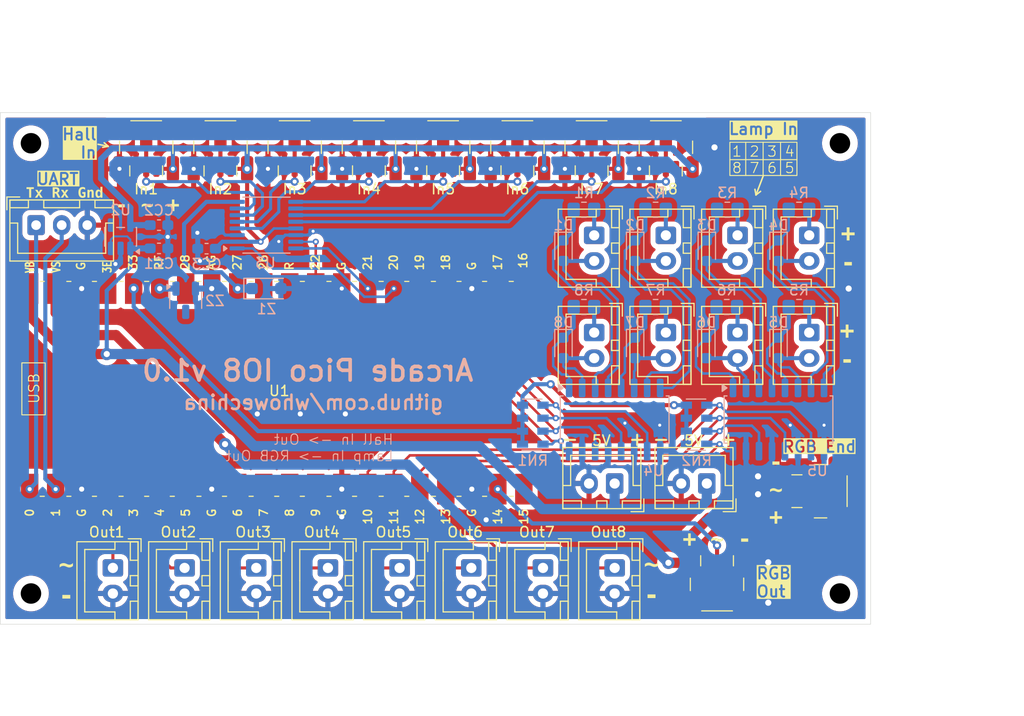
<source format=kicad_pcb>
(kicad_pcb (version 20241229) (generator "pcbnew") (generator_version "9.0")
  (layers (0 "F.Cu" signal) (2 "B.Cu" signal) (13 "F.Paste" user) (15 "B.Paste" user) (5 "F.SilkS" user "F.Silkscreen") (7 "B.SilkS" user "B.Silkscreen") (1 "F.Mask" user) (3 "B.Mask" user) (25 "Edge.Cuts" user))
  (net 0 "")
  (net 1 "VBUS")
  (net 2 "GND")
  (net 3 "VHAL")
  (net 4 "Net-(Li1-Pin_1)")
  (net 5 "Net-(In1-Pin_2)")
  (net 6 "Net-(In2-Pin_2)")
  (net 7 "Net-(In3-Pin_2)")
  (net 8 "Net-(In4-Pin_2)")
  (net 9 "Net-(In5-Pin_2)")
  (net 10 "Net-(In6-Pin_2)")
  (net 11 "Net-(In7-Pin_2)")
  (net 12 "Net-(In8-Pin_2)")
  (net 13 "/I1")
  (net 14 "Net-(J3-Pin_2)")
  (net 15 "Net-(J3-Pin_1)")
  (net 16 "/MUX_2")
  (net 17 "/MUX_1")
  (net 18 "/MUX_0")
  (net 19 "/I2")
  (net 20 "/I4")
  (net 21 "Net-(Li2-Pin_1)")
  (net 22 "Net-(Li3-Pin_1)")
  (net 23 "Net-(Li4-Pin_1)")
  (net 24 "Net-(Li5-Pin_1)")
  (net 25 "+3V3")
  (net 26 "Net-(Li6-Pin_1)")
  (net 27 "Net-(Li7-Pin_1)")
  (net 28 "Net-(Li8-Pin_1)")
  (net 29 "/I3")
  (net 30 "/I7")
  (net 31 "/I6")
  (net 32 "/I5")
  (net 33 "/I8")
  (net 35 "Net-(J1-Pin_2)")
  (net 36 "unconnected-(J2-Pin_2-Pad2)")
  (net 38 "Net-(U1-GPIO26_ADC0)")
  (net 40 "/O4")
  (net 41 "/O5")
  (net 42 "/O1")
  (net 43 "/O6")
  (net 44 "/O7")
  (net 45 "/O0")
  (net 46 "/O3")
  (net 47 "/O2")
  (net 49 "Net-(D1-A)")
  (net 50 "Net-(D1-K)")
  (net 51 "Net-(D2-K)")
  (net 52 "Net-(D2-A)")
  (net 53 "Net-(D3-K)")
  (net 54 "Net-(D3-A)")
  (net 55 "Net-(D4-A)")
  (net 56 "Net-(D4-K)")
  (net 57 "Net-(D5-K)")
  (net 58 "Net-(D5-A)")
  (net 59 "Net-(D6-A)")
  (net 60 "Net-(D6-K)")
  (net 61 "Net-(D7-K)")
  (net 62 "Net-(D7-A)")
  (net 63 "Net-(D8-A)")
  (net 64 "Net-(D8-K)")
  (net 66 "Net-(U1-ADC_VREF)")
  (net 68 "VRGB")
  (footprint "io8:SH1.0_3P_Solder_Combo" (layer "F.Cu") (at 128.75 83.5 180)
    (property "Reference" "In3")
    (property "Value" "Conn_01x03_Pin")
  )
  (footprint "io8:SH1.0_3P_Solder_Combo" (layer "F.Cu") (at 143.25 83.5 180)
    (property "Reference" "In5")
    (property "Value" "Conn_01x03_Pin")
  )
  (footprint "Connector_JST:JST_XH_B2B-XH-A_1x02_P2.50mm_Vertical" (layer "F.Cu") (at 118 124.5 -90)
    (property "Reference" "Out2")
    (property "Value" "Conn_01x02_Pin")
  )
  (footprint "Connector_JST:JST_XH_B2B-XH-A_1x02_P2.50mm_Vertical" (layer "F.Cu") (at 125 124.5 -90)
    (property "Reference" "Out3")
    (property "Value" "Conn_01x02_Pin")
  )
  (footprint "io8:M3_Screw" (layer "F.Cu") (at 182 127)
    (property "Reference" "S2" (hide yes))
    (property "Value" "~")
  )
  (footprint "Connector_JST:JST_XH_B2B-XH-A_1x02_P2.50mm_Vertical" (layer "F.Cu") (at 111 124.5 -90)
    (property "Reference" "Out1")
    (property "Value" "Conn_01x02_Pin")
  )
  (footprint "Connector_JST:JST_XH_B2B-XH-A_1x02_P2.50mm_Vertical" (layer "F.Cu") (at 160 116.25 180)
    (property "Reference" "PWR1" (hide yes))
    (property "Value" "5V")
  )
  (footprint "Connector_JST:JST_XH_B2B-XH-A_1x02_P2.50mm_Vertical" (layer "F.Cu") (at 158 101.5 -90)
    (property "Reference" "Li8" (hide yes))
    (property "Value" "Conn_01x02_Pin")
  )
  (footprint "Connector_JST:JST_XH_B2B-XH-A_1x02_P2.50mm_Vertical" (layer "F.Cu") (at 132 124.5 -90)
    (property "Reference" "Out4")
    (property "Value" "Conn_01x02_Pin")
  )
  (footprint "io8:SH1.0_3P_Solder_Combo" (layer "F.Cu") (at 157.75 83.5 180)
    (property "Reference" "In7")
    (property "Value" "Conn_01x03_Pin")
  )
  (footprint "Connector_JST:JST_XH_B2B-XH-A_1x02_P2.50mm_Vertical" (layer "F.Cu") (at 172 92 -90)
    (property "Reference" "Li3" (hide yes))
    (property "Value" "Conn_01x02_Pin")
  )
  (footprint "io8:SH1.0_3P_Solder_Combo" (layer "F.Cu") (at 180 117 90)
    (property "Reference" "J2" (hide yes))
    (property "Value" "RGB End")
  )
  (footprint "io8:SH1.0_3P_Solder_Combo" (layer "F.Cu") (at 150.5 83.5 180)
    (property "Reference" "In6")
    (property "Value" "Conn_01x03_Pin")
  )
  (footprint "io8:RPi_Pico_SMD_No_USB" (layer "F.Cu") (at 127 107 90)
    (property "Reference" "U1")
    (property "Value" "Pico_Trim")
  )
  (footprint "Connector_JST:JST_XH_B2B-XH-A_1x02_P2.50mm_Vertical" (layer "F.Cu") (at 158 92 -90)
    (property "Reference" "Li1" (hide yes))
    (property "Value" "Conn_01x02_Pin")
  )
  (footprint "Connector_JST:JST_XH_B2B-XH-A_1x02_P2.50mm_Vertical" (layer "F.Cu") (at 165 92 -90)
    (property "Reference" "Li2" (hide yes))
    (property "Value" "Conn_01x02_Pin")
  )
  (footprint "Connector_JST:JST_XH_B2B-XH-A_1x02_P2.50mm_Vertical" (layer "F.Cu") (at 165 101.5 -90)
    (property "Reference" "Li7" (hide yes))
    (property "Value" "Conn_01x02_Pin")
  )
  (footprint "Connector_JST:JST_XH_B2B-XH-A_1x02_P2.50mm_Vertical" (layer "F.Cu") (at 172 101.5 -90)
    (property "Reference" "Li6" (hide yes))
    (property "Value" "Conn_01x02_Pin")
  )
  (footprint "Connector_JST:JST_XH_B2B-XH-A_1x02_P2.50mm_Vertical" (layer "F.Cu") (at 169 116.25 180)
    (property "Reference" "PWR2" (hide yes))
    (property "Value" "5V")
  )
  (footprint "io8:M3_Screw" (layer "F.Cu") (at 103 127)
    (property "Reference" "S4" (hide yes))
    (property "Value" "~")
  )
  (footprint "io8:SH1.0_3P_Solder_Combo" (layer "F.Cu") (at 121.5 83.5 180)
    (property "Reference" "In2")
    (property "Value" "Conn_01x03_Pin")
  )
  (footprint "io8:SH1.0_3P_Solder_Combo" (layer "F.Cu") (at 136 83.5 180)
    (property "Reference" "In4")
    (property "Value" "Conn_01x03_Pin")
  )
  (footprint "io8:SH1.0_3P_Solder_Combo" (layer "F.Cu") (at 170 126)
    (property "Reference" "J1" (hide yes))
    (property "Value" "RGB Out" (hide yes))
  )
  (footprint "Connector_JST:JST_XH_B2B-XH-A_1x02_P2.50mm_Vertical" (layer "F.Cu") (at 153 124.5 -90)
    (property "Reference" "Out7")
    (property "Value" "Conn_01x02_Pin")
  )
  (footprint "io8:SH1.0_3P_Solder_Combo" (layer "F.Cu") (at 165 83.5 180)
    (property "Reference" "In8")
    (property "Value" "Conn_01x03_Pin")
  )
  (footprint "Connector_JST:JST_XH_B2B-XH-A_1x02_P2.50mm_Vertical" (layer "F.Cu") (at 146 124.5 -90)
    (property "Reference" "Out6")
    (property "Value" "Conn_01x02_Pin")
  )
  (footprint "io8:SH1.0_3P_Solder_Combo" (layer "F.Cu") (at 114.25 83.5 180)
    (property "Reference" "In1")
    (property "Value" "Conn_01x03_Pin")
  )
  (footprint "io8:M3_Screw" (layer "F.Cu") (at 103 83)
    (property "Reference" "S3" (hide yes))
    (property "Value" "~")
  )
  (footprint "Connector_JST:JST_XH_B2B-XH-A_1x02_P2.50mm_Vertical" (layer "F.Cu") (at 139 124.5 -90)
    (property "Reference" "Out5")
    (property "Value" "Conn_01x02_Pin")
  )
  (footprint "Connector_JST:JST_XH_B2B-XH-A_1x02_P2.50mm_Vertical" (layer "F.Cu") (at 160 124.5 -90)
    (property "Reference" "Out8")
    (property "Value" "Conn_01x02_Pin")
  )
  (footprint "Connector_JST:JST_XH_B2B-XH-A_1x02_P2.50mm_Vertical" (layer "F.Cu") (at 179 101.5 -90)
    (property "Reference" "Li5" (hide yes))
    (property "Value" "Conn_01x02_Pin")
  )
  (footprint "Connector_JST:JST_XH_B2B-XH-A_1x02_P2.50mm_Vertical" (layer "F.Cu") (at 179 92 -90)
    (property "Reference" "Li4" (hide yes))
    (property "Value" "Conn_01x02_Pin")
  )
  (footprint "Connector_JST:JST_XH_B3B-XH-A_1x03_P2.50mm_Vertical" (layer "F.Cu") (at 103.5 91)
    (property "Reference" "J3" (hide yes))
    (property "Value" "UART")
  )
  (footprint "io8:M3_Screw" (layer "F.Cu") (at 182 83)
    (property "Reference" "S1" (hide yes))
    (property "Value" "~")
  )
  (footprint "Resistor_SMD:R_0805_2012Metric_Pad1.20x1.40mm_HandSolder" (layer "B.Cu") (at 157 89.5 180)
    (property "Reference" "R1")
    (property "Value" "1K")
  )
  (footprint "io8:D_SOD-323_FAT" (layer "B.Cu") (at 176 93.5 -90)
    (property "Reference" "D4")
    (property "Value" "1N4148WS")
  )
  (footprint "Resistor_SMD:R_0805_2012Metric_Pad1.20x1.40mm_HandSolder" (layer "B.Cu") (at 164 89.5 180)
    (property "Reference" "R2")
    (property "Value" "1K")
  )
  (footprint "Diode_SMD:D_SOD-123F" (layer "B.Cu") (at 126 97.2)
    (property "Reference" "Z1")
    (property "Value" "3.3V")
  )
  (footprint "Package_SO:SOP-16_4.4x10.4mm_P1.27mm" (layer "B.Cu") (at 160 110 -90)
    (property "Reference" "U4")
    (property "Value" "PC847")
  )
  (footprint "io8:R_Array_Convex_4x0805" (layer "B.Cu") (at 152 110.5 180)
    (property "Reference" "RN1")
    (property "Value" "R_Pack04")
  )
  (footprint "io8:D_SOD-323_FAT" (layer "B.Cu") (at 162 103 -90)
    (property "Reference" "D7")
    (property "Value" "1N4148WS")
  )
  (footprint "io8:D_SOD-323_FAT" (layer "B.Cu") (at 162 93.5 -90)
    (property "Reference" "D2")
    (property "Value" "1N4148WS")
  )
  (footprint "Resistor_SMD:R_0805_2012Metric_Pad1.20x1.40mm_HandSolder" (layer "B.Cu") (at 157 99 180)
    (property "Reference" "R8")
    (property "Value" "1K")
  )
  (footprint "Resistor_SMD:R_0805_2012Metric_Pad1.20x1.40mm_HandSolder" (layer "B.Cu") (at 178 89.5 180)
    (property "Reference" "R4")
    (property "Value" "1K")
  )
  (footprint "Capacitor_SMD:C_0603_1608Metric_Pad1.08x0.95mm_HandSolder" (layer "B.Cu") (at 115.5 93.275)
    (property "Reference" "CC1")
    (property "Value" "0.1uF")
  )
  (footprint "Resistor_SMD:R_0805_2012Metric_Pad1.20x1.40mm_HandSolder" (layer "B.Cu") (at 170.95 99 180)
    (property "Reference" "R6")
    (property "Value" "1K")
  )
  (footprint "Capacitor_SMD:C_0603_1608Metric_Pad1.08x0.95mm_HandSolder" (layer "B.Cu") (at 120.15 93.3 180)
    (property "Reference" "CC3")
    (property "Value" "0.1uF")
  )
  (footprint "io8:D_SOD-323_FAT" (layer "B.Cu") (at 169 93.5 -90)
    (property "Reference" "D3")
    (property "Value" "1N4148WS")
  )
  (footprint "io8:R_Array_Convex_4x0805" (layer "B.Cu") (at 168 110.5 180)
    (property "Reference" "RN2")
    (property "Value" "R_Pack04")
  )
  (footprint "io8:D_SOD-323_FAT" (layer "B.Cu") (at 155 93.5 -90)
    (property "Reference" "D1")
    (property "Value" "1N4148WS")
  )
  (footprint "io8:D_SOD-323_FAT" (layer "B.Cu") (at 155 103 -90)
    (property "Reference" "D8")
    (property "Value" "1N4148WS")
  )
  (footprint "io8:D_SOD-323_FAT" (layer "B.Cu") (at 176 103 -90)
    (property "Reference" "D5")
    (property "Value" "1N4148WS")
  )
  (footprint "Package_SO:TSSOP-16_4.4x5mm_P0.65mm" (layer "B.Cu") (at 126 91)
    (property "Reference" "U3")
    (property "Value" "ADG708BRUZ")
  )
  (footprint "Package_TO_SOT_SMD:SOT-23-5" (layer "B.Cu") (at 111.75 92.1375 90)
    (property "Reference" "U2")
    (property "Value" "TPS7A2042")
  )
  (footprint "Package_SO:SOP-16_4.4x10.4mm_P1.27mm" (layer "B.Cu") (at 176 110 -90)
    (property "Reference" "U5")
    (property "Value" "PC847")
  )
  (footprint "Capacitor_SMD:C_0603_1608Metric_Pad1.08x0.95mm_HandSolder" (layer "B.Cu") (at 115.5 91)
    (property "Reference" "CC2")
    (property "Value" "0.1uF")
  )
  (footprint "io8:D_SOD-323_FAT" (layer "B.Cu") (at 168.95 103 -90)
    (property "Reference" "D6")
    (property "Value" "1N4148WS")
  )
  (footprint "io8:SOT-23-FAT" (layer "B.Cu") (at 118.11 98.3375 -90)
    (property "Reference" "Z2")
    (property "Value" "LM4040DBZ-2.1")
  )
  (footprint "Resistor_SMD:R_0805_2012Metric_Pad1.20x1.40mm_HandSolder" (layer "B.Cu") (at 178 99 180)
    (property "Reference" "R5")
    (property "Value" "1K")
  )
  (footprint "Resistor_SMD:R_0805_2012Metric_Pad1.20x1.40mm_HandSolder" (layer "B.Cu") (at 171 89.5 180)
    (property "Reference" "R3")
    (property "Value" "1K")
  )
  (footprint "Resistor_SMD:R_0805_2012Metric_Pad1.20x1.40mm_HandSolder" (layer "B.Cu") (at 164 99 180)
    (property "Reference" "R7")
    (property "Value" "1K")
  )
  (gr_rect (start 171.25 82.9) (end 177.8 86.15) (stroke (width 0.1)) (fill no) (layer "F.SilkS"))
  (gr_line (start 176.2 82.9) (end 176.2 86.15) (stroke (width 0.1)) (layer "F.SilkS"))
  (gr_line (start 173.7 87.5) (end 173.8 88.05) (stroke (width 0.15)) (layer "F.SilkS"))
  (gr_line (start 173.8 88.05) (end 174.25 87.7) (stroke (width 0.15)) (layer "F.SilkS"))
  (gr_line (start 174.5 82.9) (end 174.5 86.15) (stroke (width 0.1)) (layer "F.SilkS"))
  (gr_line (start 171.25 84.6) (end 177.8 84.6) (stroke (width 0.1)) (layer "F.SilkS"))
  (gr_line (start 110.55 83.3) (end 110 83.4) (stroke (width 0.15)) (layer "F.SilkS"))
  (gr_line (start 172.8 82.9) (end 172.8 86.15) (stroke (width 0.1)) (layer "F.SilkS"))
  (gr_line (start 174.525 86.15) (end 173.8 88.05) (stroke (width 0.15)) (layer "F.SilkS"))
  (gr_line (start 109.55 83.1) (end 110.55 83.3) (stroke (width 0.15)) (layer "F.SilkS"))
  (gr_line (start 110.55 83.3) (end 110.15 82.95) (stroke (width 0.15)) (layer "F.SilkS"))
  (gr_rect (start 100 80) (end 185 130) (stroke (width 0.05)) (fill no) (layer "Edge.Cuts"))
  (gr_text "RGB\nOut" (at 173.75 127.45 0) (layer "F.SilkS" knockout) (effects (font (size 1.1 1.1) (thickness 0.2)) (justify left bottom)))
  (gr_text "~\n-" (at 163.6 128.3 0) (layer "F.SilkS") (effects (font (size 1.8 1.8) (thickness 0.2) (bold yes)) (justify bottom)))
  (gr_text "Lamp In" (at 171.05 82.25 0) (layer "F.SilkS" knockout) (effects (font (size 1.1 1.1) (thickness 0.2) (bold yes)) (justify left bottom)))
  (gr_text "-     +" (at 163.6 112.65 0) (layer "F.SilkS") (effects (font (size 1.3 1.3) (thickness 0.2) (bold yes)) (justify left bottom)))
  (gr_text "+\n-" (at 182.8 95.75 0) (layer "F.SilkS") (effects (font (size 1.7 1.7) (thickness 0.2) (bold yes)) (justify bottom)))
  (gr_text "Hall\nIn" (at 109.5 84.55 0) (layer "F.SilkS" knockout) (effects (font (size 1.1 1.1) (thickness 0.2) (bold yes)) (justify right bottom)))
  (gr_text "-\n~\n+" (at 175.75 120.55 0) (layer "F.SilkS") (effects (font (size 1.6 1.6) (thickness 0.2) (bold yes)) (justify bottom)))
  (gr_text "~\n-" (at 106.45 128.35 0) (layer "F.SilkS") (effects (font (size 1.8 1.8) (thickness 0.2) (bold yes)) (justify bottom)))
  (gr_text "+ ~ -" (at 170 122.7 0) (layer "F.SilkS") (effects (font (size 1.6 1.6) (thickness 0.2) (bold yes)) (justify bottom)))
  (gr_text "- ~ +" (at 111.2 89.1 0) (layer "F.SilkS") (effects (font (size 1.5 1.5) (thickness 0.2) (bold yes)) (justify left)))
  (gr_text "-     +" (at 154.7 112.65 0) (layer "F.SilkS") (effects (font (size 1.3 1.3) (thickness 0.2) (bold yes)) (justify left bottom)))
  (gr_text "1 2 3 4\n8 7 6 5" (at 171.4 86 0) (layer "F.SilkS") (effects (font (size 1 1) (thickness 0.1)) (justify left bottom)))
  (gr_text "Tx Rx Gnd" (at 102.5 87.9 0) (layer "F.SilkS") (effects (font (size 1 1) (thickness 0.2) (bold yes)) (justify left)))
  (gr_text "+\n-" (at 182.7 105.25 0) (layer "F.SilkS") (effects (font (size 1.7 1.7) (thickness 0.2) (bold yes)) (justify bottom)))
  (gr_text "Arcade Pico IO8 v1.0" (at 146.4 106.4 0) (layer "B.SilkS") (effects (font (size 2 2) (thickness 0.35) (bold yes)) (justify left bottom mirror)))
  (gr_text "github.com/whowechina" (at 143.4 109.15 0) (layer "B.SilkS") (effects (font (size 1.4 1.4) (thickness 0.25) (bold yes)) (justify left bottom mirror)))
  (gr_text "Hall In -> Out\nLamp In -> RGB Out" (at 138.45 114.15 0) (layer "B.SilkS") (effects (font (size 1 1) (thickness 0.1)) (justify left bottom mirror)))
  (segment (start 106.6 103.6) (end 110.4 103.6) (width 1) (layer "F.Cu") (net 1))
  (segment (start 102.87 99.87) (end 106.6 103.6) (width 1) (layer "F.Cu") (net 1))
  (segment (start 102.87 97.2) (end 102.87 99.87) (width 1) (layer "F.Cu") (net 1))
  (via (at 110.4 103.6) (size 1.2) (drill 0.6) (layers "F.Cu" "B.Cu") (net 1))
  (segment (start 112.7 95.1) (end 110.4 97.4) (width 0.4) (layer "B.Cu") (net 1))
  (segment (start 152.95 118.75) (end 160 118.75) (width 1) (layer "B.Cu") (net 1))
  (segment (start 110.8 92.4) (end 111.1 92.1) (width 0.2) (layer "B.Cu") (net 1))
  (segment (start 112.7 92.4) (end 112.7 93.275) (width 0.2) (layer "B.Cu") (net 1))
  (segment (start 124.8 112.6) (end 146.8 112.6) (width 1) (layer "B.Cu") (net 1))
  (segment (start 110.4 103.6) (end 115.8 103.6) (width 1) (layer "B.Cu") (net 1))
  (segment (start 111.1 92.1) (end 112.4 92.1) (width 0.2) (layer "B.Cu") (net 1))
  (segment (start 112.4 92.1) (end 112.7 92.4) (width 0.2) (layer "B.Cu") (net 1))
  (segment (start 110.4 97.4) (end 110.4 103.6) (width 0.4) (layer "B.Cu") (net 1))
  (segment (start 112.7 93.275) (end 114.6375 93.275) (width 0.6) (layer "B.Cu") (net 1))
  (segment (start 168.15 118.75) (end 169 117.9) (width 1) (layer "B.Cu") (net 1))
  (segment (start 169 117.9) (end 169 116.25) (width 1) (layer "B.Cu") (net 1))
  (segment (start 146.8 112.6) (end 152.95 118.75) (width 1) (layer "B.Cu") (net 1))
  (segment (start 112.7 93.275) (end 112.7 95.1) (width 0.4) (layer "B.Cu") (net 1))
  (segment (start 160 118.75) (end 168.15 118.75) (width 1) (layer "B.Cu") (net 1))
  (segment (start 110.8 93.275) (end 110.8 92.4) (width 0.2) (layer "B.Cu") (net 1))
  (segment (start 115.8 103.6) (end 124.8 112.6) (width 1) (layer "B.Cu") (net 1))
  (segment (start 160 116.25) (end 160 118.75) (width 1) (layer "B.Cu") (net 1))
  (segment (start 111.64 85.5) (end 113.25 85.5) (width 0.4) (layer "F.Cu") (net 2))
  (segment (start 147.89 85.5) (end 149.5 85.5) (width 0.4) (layer "F.Cu") (net 2))
  (segment (start 118.89 85.5) (end 120.5 85.5) (width 0.4) (layer "F.Cu") (net 2))
  (segment (start 133.39 85.5) (end 135 85.5) (width 0.4) (layer "F.Cu") (net 2))
  (segment (start 172.61 124) (end 171 124) (width 0.4) (layer "F.Cu") (net 2))
  (segment (start 162.39 85.5) (end 164 85.5) (width 0.4) (layer "F.Cu") (net 2))
  (segment (start 178 114.39) (end 178 116) (width 0.4) (layer "F.Cu") (net 2))
  (segment (start 155.14 85.5) (end 156.75 85.5) (width 0.4) (layer "F.Cu") (net 2))
  (segment (start 140.64 85.5) (end 142.25 85.5) (width 0.4) (layer "F.Cu") (net 2))
  (segment (start 126.14 85.5) (end 127.75 85.5) (width 0.4) (layer "F.Cu") (net 2))
  (via (at 125.1 109.45) (size 1) (drill 0.5) (layers "F.Cu" "B.Cu") (net 2))
  (via (at 161 110.35) (size 0.6) (drill 0.3) (layers "F.Cu" "B.Cu") (net 2))
  (via (at 126.14 85.5) (size 0.8) (drill 0.4) (layers "F.Cu" "B.Cu") (net 2))
  (via (at 133.39 85.5) (size 0.8) (drill 0.4) (layers "F.Cu" "B.Cu") (net 2))
  (via (at 111.25 94.8) (size 0.8) (drill 0.4) (layers "F.Cu" "B.Cu") (net 2))
  (via (at 175 127.9) (size 1.2) (drill 0.6) (layers "F.Cu" "B.Cu") (net 2))
  (via (at 175 123.95) (size 1.2) (drill 0.6) (layers "F.Cu" "B.Cu") (net 2))
  (via (at 169.75 83.4) (size 1.2) (drill 0.6) (layers "F.Cu" "B.Cu") (net 2))
  (via (at 162.39 85.5) (size 0.8) (drill 0.4) (layers "F.Cu" "B.Cu") (net 2))
  (via (at 177.15 110.55) (size 0.6) (drill 0.3) (layers "F.Cu" "B.Cu") (net 2))
  (via (at 129.3 109.45) (size 1) (drill 0.5) (layers "F.Cu" "B.Cu") (net 2))
  (via (at 120.65 97.2) (size 1) (drill 0.5) (layers "F.Cu" "B.Cu") (net 2))
  (via (at 147.89 85.5) (size 0.8) (drill 0.4) (layers "F.Cu" "B.Cu") (net 2))
  (via (at 146.05 116.8) (size 1) (drill 0.5) (layers "F.Cu" "B.Cu") (net 2))
  (via (at 130.55 91.6) (size 0.6) (drill 0.3) (layers "F.Cu" "B.Cu") (net 2))
  (via (at 119.5 94.5) (size 0.8) (drill 0.4) (layers "F.Cu" "B.Cu") (net 2))
  (via (at 133.35 119.5) (size 1) (drill 0.5) (layers "F.Cu" "B.Cu") (net 2))
  (via (at 146.05 97.2) (size 1) (drill 0.5) (layers "F.Cu" "B.Cu") (net 2))
  (via (at 118.89 85.5) (size 0.8) (drill 0.4) (layers "F.Cu" "B.Cu") (net 2))
  (via (at 147.45 119.8) (size 1) (drill 0.5) (layers "F.Cu" "B.Cu") (net 2))
  (via (at 120.65 116.8) (size 1) (drill 0.5) (layers "F.Cu" "B.Cu") (net 2))
  (via (at 182.85 97.2) (size 1.2) (drill 0.6) (layers "F.Cu" "B.Cu") (net 2))
  (via (at 133.7 109.45) (size 1) (drill 0.5) (layers "F.Cu" "B.Cu") (net 2))
  (via (at 133.35 116.8) (size 1) (drill 0.5) (layers "F.Cu" "B.Cu") (net 2))
  (via (at 180.45 110.55) (size 0.6) (drill 0.3) (layers "F.Cu" "B.Cu") (net 2))
  (via (at 174 115.55) (size 1.2) (drill 0.6) (layers "F.Cu" "B.Cu") (net 2))
  (via (at 155.14 85.5) (size 0.8) (drill 0.4) (layers "F.Cu" "B.Cu") (net 2))
  (via (at 116.35 92.15) (size 0.8) (drill 0.4) (layers "F.Cu" "B.Cu") (net 2))
  (via (at 107.95 116.8) (size 1) (drill 0.5) (layers "F.Cu" "B.Cu") (net 2))
  (via (at 164.4 110.55) (size 0.6) (drill 0.3) (layers "F.Cu" "B.Cu") (net 2))
  (via (at 127.2 92.6) (size 0.6) (drill 0.3) (layers "F.Cu" "B.Cu") (net 2))
  (via (at 107.95 97.2) (size 1) (drill 0.5) (layers "F.Cu" "B.Cu") (net 2))
  (via (at 140.64 85.5) (size 0.8) (drill 0.4) (layers "F.Cu" "B.Cu") (net 2))
  (via (at 111.64 85.5) (size 0.8) (drill 0.4) (layers "F.Cu" "B.Cu") (net 2))
  (via (at 119.25 91.75) (size 0.8) (drill 0.4) (layers "F.Cu" "B.Cu") (net 2))
  (via (at 133.35 97.2) (size 0.8) (drill 0.4) (layers "F.Cu" "B.Cu") (net 2))
  (via (at 174 117.3) (size 1.2) (drill 0.6) (layers "F.Cu" "B.Cu") (net 2))
  (segment (start 174 115.45) (end 172.825 114.275) (width 0.4) (layer "B.Cu") (net 2))
  (segment (start 130.175 91.975) (end 128.8625 91.975) (width 0.3) (layer "B.Cu") (net 2))
  (segment (start 174 115.45) (end 175.365 114.085) (width 0.5) (layer "B.Cu") (net 2))
  (segment (start 156.825 114.225) (end 157.3 114.7) (width 0.4) (layer "B.Cu") (net 2))
  (segment (start 159.365 114.135) (end 158.8 114.7) (width 0.4) (layer "B.Cu") (net 2))
  (segment (start 121.975 91.975) (end 123.1375 91.975) (width 0.3) (layer "B.Cu") (net 2))
  (segment (start 128.8625 91.975) (end 127.825 91.975) (width 0.3) (layer "B.Cu") (net 2))
  (segment (start 156.825 113.0875) (end 156.825 114.225) (width 0.4) (layer "B.Cu") (net 2))
  (segment (start 159.365 113.0875) (end 159.365 114.135) (width 0.4) (layer "B.Cu") (net 2))
  (segment (start 177.15 110.55) (end 177.905 111.305) (width 0.5) (layer "B.Cu") (net 2))
  (segment (start 157.3 114.7) (end 157.5 114.7) (width 0.4) (layer "B.Cu") (net 2))
  (segment (start 161 110.35) (end 161.905 111.255) (width 0.4) (layer "B.Cu") (net 2))
  (segment (start 119.25 91.75) (end 121.75 91.75) (width 0.3) (layer "B.Cu") (net 2))
  (segment (start 174 115.55) (end 174 115.45) (width 0.3) (layer "B.Cu") (net 2))
  (segment (start 127.825 91.975) (end 127.2 92.6) (width 0.3) (layer "B.Cu") (net 2))
  (segment (start 119.06 97.2) (end 120.65 97.2) (width 0.6) (layer "B.Cu") (net 2))
  (segment (start 177.905 111.305) (end 177.905 113.0875) (width 0.5) (layer "B.Cu") (net 2))
  (segment (start 158.8 114.7) (end 157.5 114.7) (width 0.4) (layer "B.Cu") (net 2))
  (segment (start 121.75 91.75) (end 121.975 91.975) (width 0.3) (layer "B.Cu") (net 2))
  (segment (start 175.365 114.085) (end 175.365 113.0875) (width 0.5) (layer "B.Cu") (net 2))
  (segment (start 161.905 111.255) (end 161.905 113.0875) (width 0.4) (layer "B.Cu") (net 2))
  (segment (start 157.5 114.7) (end 157.5 116.25) (width 0.4) (layer "B.Cu") (net 2))
  (segment (start 172.825 114.275) (end 172.825 113.0875) (width 0.4) (layer "B.Cu") (net 2))
  (segment (start 111.25 94.8) (end 111.75 94.3) (width 0.4) (layer "B.Cu") (net 2))
  (segment (start 130.55 91.6) (end 130.175 91.975) (width 0.3) (layer "B.Cu") (net 2))
  (segment (start 111.75 94.3) (end 111.75 93.275) (width 0.4) (layer "B.Cu") (net 2))
  (segment (start 137 85.5) (end 138.61 85.5) (width 0.4) (layer "F.Cu") (net 3))
  (segment (start 122.5 85.5) (end 124.11 85.5) (width 0.4) (layer "F.Cu") (net 3))
  (segment (start 158.75 85.5) (end 160.36 85.5) (width 0.4) (layer "F.Cu") (net 3))
  (segment (start 151.5 85.5) (end 153.11 85.5) (width 0.4) (layer "F.Cu") (net 3))
  (segment (start 166 85.5) (end 167.61 85.5) (width 0.4) (layer "F.Cu") (net 3))
  (segment (start 144.25 85.5) (end 145.86 85.5) (width 0.4) (layer "F.Cu") (net 3))
  (segment (start 129.75 85.5) (end 131.36 85.5) (width 0.4) (layer "F.Cu") (net 3))
  (segment (start 115.25 85.5) (end 116.86 85.5) (width 0.4) (layer "F.Cu") (net 3))
  (segment (start 124.11 85.5) (end 124.11 91.31) (width 0.4) (layer "F.Cu") (net 3))
  (segment (start 124.11 91.31) (end 125.425 92.625) (width 0.4) (layer "F.Cu") (net 3))
  (via (at 138.61 85.5) (size 0.8) (drill 0.4) (layers "F.Cu" "B.Cu") (net 3))
  (via (at 145.86 85.5) (size 0.8) (drill 0.4) (layers "F.Cu" "B.Cu") (net 3))
  (via (at 167.61 85.5) (size 0.8) (drill 0.4) (layers "F.Cu" "B.Cu") (net 3))
  (via (at 116.86 85.5) (size 0.8) (drill 0.4) (layers "F.Cu" "B.Cu") (net 3))
  (via (at 124.11 85.5) (size 1) (drill 0.5) (layers "F.Cu" "B.Cu") (net 3))
  (via (at 131.36 85.5) (size 0.8) (drill 0.4) (layers "F.Cu" "B.Cu") (net 3))
  (via (at 153.11 85.5) (size 0.8) (drill 0.4) (layers "F.Cu" "B.Cu") (net 3))
  (via (at 125.425 92.625) (size 0.6) (drill 0.3) (layers "F.Cu" "B.Cu") (net 3))
  (via (at 160.36 85.5) (size 0.8) (drill 0.4) (layers "F.Cu" "B.Cu") (net 3))
  (segment (start 165.7 83.59) (end 165.7 83.5) (width 0.6) (layer "B.Cu") (net 3))
  (segment (start 126.725 91.325) (end 128.8625 91.325) (width 0.25) (layer "B.Cu") (net 3))
  (segment (start 121.6875 92.625) (end 123.1375 92.625) (width 0.4) (layer "B.Cu") (net 3))
  (segment (start 124.11 85.5) (end 124.11 83.5) (width 0.5) (layer "B.Cu") (net 3))
  (segment (start 160.36 85.5) (end 160.36 83.5) (width 0.4) (layer "B.Cu") (net 3))
  (segment (start 112.7 91) (end 114.6375 91) (width 0.6) (layer "B.Cu") (net 3))
  (segment (start 110.9 83.5) (end 109.85 84.55) (width 0.6) (layer "B.Cu") (net 3))
  (segment (start 123.1375 92.625) (end 125.425 92.625) (width 0.4) (layer "B.Cu") (net 3))
  (segment (start 131.36 85.5) (end 131.36 83.5) (width 0.4) (layer "B.Cu") (net 3))
  (segment (start 109.85 84.55) (end 109.85 86.45) (width 0.6) (layer "B.Cu") (net 3))
  (segment (start 112.7 89.3) (end 112.7 91) (width 0.6) (layer "B.Cu") (net 3))
  (segment (start 109.85 86.45) (end 112.7 89.3) (width 0.6) (layer "B.Cu") (net 3))
  (segment (start 153.11 85.5) (end 153.11 83.5) (width 0.4) (layer "B.Cu") (net 3))
  (segment (start 138.61 85.5) (end 138.61 83.5) (width 0.4) (layer "B.Cu") (net 3))
  (segment (start 165.7 83.5) (end 110.9 83.5) (width 0.6) (layer "B.Cu") (net 3))
  (segment (start 125.425 92.625) (end 126.725 91.325) (width 0.25) (layer "B.Cu") (net 3))
  (segment (start 145.86 85.5) (end 145.86 83.5) (width 0.4) (layer "B.Cu") (net 3))
  (segment (start 121.0125 93.3) (end 121.6875 92.625) (width 0.4) (layer "B.Cu") (net 3))
  (segment (start 167.61 85.5) (end 165.7 83.59) (width 0.6) (layer "B.Cu") (net 3))
  (segment (start 116.86 85.5) (end 116.86 83.5) (width 0.4) (layer "B.Cu") (net 3))
  (segment (start 158 89.5) (end 158 92) (width 0.4) (layer "B.Cu") (net 4))
  (segment (start 114.25 85.5) (end 114.25 82.3) (width 0.4) (layer "F.Cu") (net 5))
  (segment (start 114.25 86.75) (end 114.25 85.5) (width 0.3) (layer "F.Cu") (net 5))
  (via (at 114.25 86.75) (size 0.8) (drill 0.4) (layers "F.Cu" "B.Cu") (net 5))
  (segment (start 123.1375 89.375) (end 124.325 89.375) (width 0.3) (layer "B.Cu") (net 5))
  (segment (start 124.3 87.8) (end 120.3 87.8) (width 0.3) (layer "B.Cu") (net 5))
  (segment (start 119.25 86.75) (end 114.25 86.75) (width 0.3) (layer "B.Cu") (net 5))
  (segment (start 120.3 87.8) (end 119.25 86.75) (width 0.3) (layer "B.Cu") (net 5))
  (segment (start 124.8 88.9) (end 124.8 88.3) (width 0.3) (layer "B.Cu") (net 5))
  (segment (start 124.325 89.375) (end 124.8 88.9) (width 0.3) (layer "B.Cu") (net 5))
  (segment (start 124.8 88.3) (end 124.3 87.8) (width 0.3) (layer "B.Cu") (net 5))
  (segment (start 121.5 85.5) (end 121.5 82.3) (width 0.4) (layer "F.Cu") (net 6))
  (segment (start 121.5 86.75) (end 121.5 85.5) (width 0.3) (layer "F.Cu") (net 6))
  (via (at 121.5 86.75) (size 0.8) (drill 0.4) (layers "F.Cu" "B.Cu") (net 6))
  (segment (start 125.6 87.9) (end 124.45 86.75) (width 0.3) (layer "B.Cu") (net 6))
  (segment (start 124.725 90.025) (end 125.6 89.15) (width 0.3) (layer "B.Cu") (net 6))
  (segment (start 124.45 86.75) (end 121.5 86.75) (width 0.3) (layer "B.Cu") (net 6))
  (segment (start 123.1375 90.025) (end 124.725 90.025) (width 0.3) (layer "B.Cu") (net 6))
  (segment (start 125.6 89.15) (end 125.6 87.9) (width 0.3) (layer "B.Cu") (net 6))
  (segment (start 128.75 86.75) (end 128.75 85.5) (width 0.3) (layer "F.Cu") (net 7))
  (segment (start 128.75 85.5) (end 128.75 82.3) (width 0.4) (layer "F.Cu") (net 7))
  (via (at 128.75 86.75) (size 0.8) (drill 0.4) (layers "F.Cu" "B.Cu") (net 7))
  (segment (start 125.125 90.675) (end 126.4 89.4) (width 0.3) (layer "B.Cu") (net 7))
  (segment (start 123.1375 90.675) (end 125.125 90.675) (width 0.3) (layer "B.Cu") (net 7))
  (segment (start 126.4 89.4) (end 126.4 87.8) (width 0.3) (layer "B.Cu") (net 7))
  (segment (start 127.45 86.75) (end 128.75 86.75) (width 0.3) (layer "B.Cu") (net 7))
  (segment (start 126.4 87.8) (end 127.45 86.75) (width 0.3) (layer "B.Cu") (net 7))
  (segment (start 136 85.5) (end 136 82.3) (width 0.4) (layer "F.Cu") (net 8))
  (segment (start 136 86.75) (end 136 85.5) (width 0.3) (layer "F.Cu") (net 8))
  (via (at 136 86.75) (size 0.8) (drill 0.4) (layers "F.Cu" "B.Cu") (net 8))
  (segment (start 129.75 87.75) (end 130.75 86.75) (width 0.3) (layer "B.Cu") (net 8))
  (segment (start 127.9 87.75) (end 129.75 87.75) (width 0.3) (layer "B.Cu") (net 8))
  (segment (start 125.575 91.325) (end 127.2 89.7) (width 0.3) (layer "B.Cu") (net 8))
  (segment (start 127.2 88.45) (end 127.9 87.75) (width 0.3) (layer "B.Cu") (net 8))
  (segment (start 123.1375 91.325) (end 125.575 91.325) (width 0.3) (layer "B.Cu") (net 8))
  (segment (start 130.75 86.75) (end 136 86.75) (width 0.3) (layer "B.Cu") (net 8))
  (segment (start 127.2 89.7) (end 127.2 88.45) (width 0.3) (layer "B.Cu") (net 8))
  (segment (start 143.25 85.5) (end 143.25 82.3) (width 0.4) (layer "F.Cu") (net 9))
  (segment (start 143.25 86.75) (end 143.25 85.5) (width 0.2) (layer "F.Cu") (net 9))
  (via (at 143.25 86.75) (size 0.8) (drill 0.4) (layers "F.Cu" "B.Cu") (net 9))
  (segment (start 143.25 86.75) (end 137.55 86.75) (width 0.3) (layer "B.Cu") (net 9))
  (segment (start 137.55 86.75) (end 135.575 88.725) (width 0.3) (layer "B.Cu") (net 9))
  (segment (start 135.575 88.725) (end 128.8625 88.725) (width 0.3) (layer "B.Cu") (net 9))
  (segment (start 150.5 86.7) (end 150.5 85.45) (width 0.2) (layer "F.Cu") (net 10))
  (segment (start 150.5 85.5) (end 150.5 82.3) (width 0.4) (layer "F.Cu") (net 10))
  (via (at 150.5 86.75) (size 0.8) (drill 0.4) (layers "F.Cu" "B.Cu") (net 10))
  (segment (start 150.5 86.75) (end 144.75 86.75) (width 0.3) (layer "B.Cu") (net 10))
  (segment (start 142.125 89.375) (end 128.8625 89.375) (width 0.3) (layer "B.Cu") (net 10))
  (segment (start 144.75 86.75) (end 142.125 89.375) (width 0.3) (layer "B.Cu") (net 10))
  (segment (start 157.75 86.75) (end 157.7 86.8) (width 0.3) (layer "F.Cu") (net 11))
  (segment (start 157.75 85.5) (end 157.75 86.75) (width 0.3) (layer "F.Cu") (net 11))
  (segment (start 157.75 85.5) (end 157.75 82.3) (width 0.4) (layer "F.Cu") (net 11))
  (via (at 157.75 86.75) (size 0.8) (drill 0.4) (layers "F.Cu" "B.Cu") (net 11))
  (segment (start 152.45 86.75) (end 149.175 90.025) (width 0.3) (layer "B.Cu") (net 11))
  (segment (start 157.75 86.75) (end 152.45 86.75) (width 0.3) (layer "B.Cu") (net 11))
  (segment (start 149.175 90.025) (end 128.8625 90.025) (width 0.3) (layer "B.Cu") (net 11))
  (segment (start 165 85.5) (end 165 82.3) (width 0.4) (layer "F.Cu") (net 12))
  (segment (start 165 86.75) (end 165 85.5) (width 0.3) (layer "F.Cu") (net 12))
  (via (at 165 86.75) (size 0.8) (drill 0.4) (layers "F.Cu" "B.Cu") (net 12))
  (segment (start 158.7 87.8) (end 152.5 87.8) (width 0.3) (layer "B.Cu") (net 12))
  (segment (start 149.625 90.675) (end 128.8625 90.675) (width 0.3) (layer "B.Cu") (net 12))
  (segment (start 152.5 87.8) (end 149.625 90.675) (width 0.3) (layer "B.Cu") (net 12))
  (segment (start 159.75 86.75) (end 158.7 87.8) (width 0.3) (layer "B.Cu") (net 12))
  (segment (start 165 86.75) (end 159.75 86.75) (width 0.3) (layer "B.Cu") (net 12))
  (segment (start 143.51 100.395) (end 154.25 111.135) (width 0.25) (layer "F.Cu") (net 13))
  (segment (start 143.51 97.2) (end 143.51 100.395) (width 0.25) (layer "F.Cu") (net 13))
  (via (at 154.25 111.135) (size 0.6) (drill 0.3) (layers "F.Cu" "B.Cu") (net 13))
  (segment (start 154.624997 110.75) (end 154.25 111.124997) (width 0.25) (layer "B.Cu") (net 13))
  (segment (start 158.095 111.305) (end 157.54 110.75) (width 0.25) (layer "B.Cu") (net 13))
  (segment (start 157.54 110.75) (end 154.624997 110.75) (width 0.25) (layer "B.Cu") (net 13))
  (segment (start 158.095 113.0875) (end 158.095 111.305) (width 0.25) (layer "B.Cu") (net 13))
  (segment (start 154.25 111.124997) (end 154.25 111.135) (width 0.25) (layer "B.Cu") (net 13))
  (segment (start 154.25 111.135) (end 153 111.135) (width 0.25) (layer "B.Cu") (net 13))
  (via (at 105.41 116.8) (size 0.8) (drill 0.4) (layers "F.Cu" "B.Cu") (net 14))
  (segment (start 104.4 115.79) (end 105.41 116.8) (width 0.4) (layer "B.Cu") (net 14))
  (segment (start 106 92.65) (end 104.4 94.25) (width 0.4) (layer "B.Cu") (net 14))
  (segment (start 104.4 94.25) (end 104.4 115.79) (width 0.4) (layer "B.Cu") (net 14))
  (segment (start 106 91) (end 106 92.65) (width 0.4) (layer "B.Cu") (net 14))
  (via (at 102.87 116.8) (size 0.8) (drill 0.4) (layers "F.Cu" "B.Cu") (net 15))
  (segment (start 103.5 91) (end 103.5 116.17) (width 0.4) (layer "B.Cu") (net 15))
  (segment (start 103.5 116.17) (end 102.87 116.8) (width 0.4) (layer "B.Cu") (net 15))
  (segment (start 130.81 97.2) (end 130.81 92.625) (width 0.25) (layer "F.Cu") (net 16))
  (via (at 130.81 92.625) (size 0.6) (drill 0.3) (layers "F.Cu" "B.Cu") (net 16))
  (segment (start 130.81 92.625) (end 128.8625 92.625) (width 0.2) (layer "B.Cu") (net 16))
  (via (at 135.89 97.2) (size 0.6) (drill 0.3) (layers "F.Cu" "B.Cu") (net 17))
  (segment (start 128.8625 93.275) (end 131.965 93.275) (width 0.25) (layer "B.Cu") (net 17))
  (segment (start 131.965 93.275) (end 135.89 97.2) (width 0.25) (layer "B.Cu") (net 17))
  (via (at 138.43 97.2) (size 0.6) (drill 0.3) (layers "F.Cu" "B.Cu") (net 18))
  (segment (start 137.63 98) (end 135.55 98) (width 0.25) (layer "B.Cu") (net 18))
  (segment (start 138.43 97.2) (end 137.63 98) (width 0.25) (layer "B.Cu") (net 18))
  (segment (start 135.55 98) (end 132.8 95.25) (width 0.25) (layer "B.Cu") (net 18))
  (segment (start 126.65 95.25) (end 124.675 93.275) (width 0.25) (layer "B.Cu") (net 18))
  (segment (start 124.675 93.275) (end 123.1375 93.275) (width 0.25) (layer "B.Cu") (net 18))
  (segment (start 132.8 95.25) (end 126.65 95.25) (width 0.25) (layer "B.Cu") (net 18))
  (segment (start 154.25 108.600735) (end 151.13 105.480735) (width 0.25) (layer "F.Cu") (net 19))
  (segment (start 151.13 105.480735) (end 151.13 97.2) (width 0.25) (layer "F.Cu") (net 19))
  (via (at 154.25 108.600735) (size 0.6) (drill 0.3) (layers "F.Cu" "B.Cu") (net 19))
  (segment (start 163.175 111.325) (end 161.05 109.2) (width 0.25) (layer "B.Cu") (net 19))
  (segment (start 154.849265 109.2) (end 154.25 108.600735) (width 0.25) (layer "B.Cu") (net 19))
  (segment (start 154.25 108.600735) (end 153.005735 108.600735) (width 0.25) (layer "B.Cu") (net 19))
  (segment (start 163.175 113.0875) (end 163.175 111.325) (width 0.25) (layer "B.Cu") (net 19))
  (segment (start 153.005735 108.600735) (end 153 108.595) (width 0.25) (layer "B.Cu") (net 19))
  (segment (start 161.05 109.2) (end 154.849265 109.2) (width 0.25) (layer "B.Cu") (net 19))
  (segment (start 166.845 112) (end 170.25 108.595) (width 0.25) (layer "F.Cu") (net 20))
  (segment (start 135.89 115.11) (end 138.05 112.95) (width 0.25) (layer "F.Cu") (net 20))
  (segment (start 166.845 112.005) (end 166.845 112) (width 0.25) (layer "F.Cu") (net 20))
  (segment (start 165.9 112.95) (end 166.845 112.005) (width 0.25) (layer "F.Cu") (net 20))
  (segment (start 135.89 116.15) (end 135.89 115.11) (width 0.25) (layer "F.Cu") (net 20))
  (segment (start 135.89 116.8) (end 135.89 116.15) (width 0.2) (layer "F.Cu") (net 20))
  (segment (start 138.05 112.95) (end 165.9 112.95) (width 0.25) (layer "F.Cu") (net 20))
  (via (at 170.25 108.595) (size 0.6) (drill 0.3) (layers "F.Cu" "B.Cu") (net 20))
  (segment (start 170.905 109.25) (end 177.1 109.25) (width 0.25) (layer "B.Cu") (net 20))
  (segment (start 179.175 111.325) (end 179.175 113.0875) (width 0.25) (layer "B.Cu") (net 20))
  (segment (start 170.25 108.595) (end 170.905 109.25) (width 0.25) (layer "B.Cu") (net 20))
  (segment (start 177.1 109.25) (end 179.175 111.325) (width 0.25) (layer "B.Cu") (net 20))
  (segment (start 169 108.595) (end 170.25 108.595) (width 0.25) (layer "B.Cu") (net 20))
  (segment (start 165 89.5) (end 165 92) (width 0.4) (layer "B.Cu") (net 21))
  (segment (start 172 89.5) (end 172 92) (width 0.4) (layer "B.Cu") (net 22))
  (segment (start 179 89.5) (end 179 92) (width 0.4) (layer "B.Cu") (net 23))
  (segment (start 179 99) (end 179 101.5) (width 0.4) (layer "B.Cu") (net 24))
  (segment (start 165.8 108.595) (end 155.795 108.595) (width 0.4) (layer "F.Cu") (net 25))
  (segment (start 155.795 108.595) (end 153.75 106.55) (width 0.4) (layer "F.Cu") (net 25))
  (via (at 165.8 108.595) (size 0.8) (drill 0.4) (layers "F.Cu" "B.Cu") (net 25))
  (via (at 113.03 97.2) (size 1) (drill 0.5) (layers "F.Cu" "B.Cu") (net 25))
  (via (at 153.75 106.55) (size 0.8) (drill 0.4) (layers "F.Cu" "B.Cu") (net 25))
  (segment (start 167 112.405) (end 167 108.595) (width 0.4) (layer "B.Cu") (net 25))
  (segment (start 152.15 106.55) (end 153.75 106.55) (width 0.4) (layer "B.Cu") (net 25))
  (segment (start 165.8 108.595) (end 167 108.595) (width 0.4) (layer "B.Cu") (net 25))
  (segment (start 125.185 111.135) (end 151 111.135) (width 0.4) (layer "B.Cu") (net 25))
  (segment (start 151 108.595) (end 151 107.7) (width 0.4) (layer "B.Cu") (net 25))
  (segment (start 113.03 98.98) (end 125.185 111.135) (width 0.4) (layer "B.Cu") (net 25))
  (segment (start 113.03 97.2) (end 113.03 98.98) (width 0.4) (layer "B.Cu") (net 25))
  (segment (start 151 107.7) (end 152.15 106.55) (width 0.4) (layer "B.Cu") (net 25))
  (segment (start 151 112.405) (end 151 108.595) (width 0.4) (layer "B.Cu") (net 25))
  (segment (start 172 99) (end 172 101.5) (width 0.4) (layer "B.Cu") (net 26))
  (segment (start 165 99) (end 165 101.5) (width 0.4) (layer "B.Cu") (net 27))
  (segment (start 158 99) (end 158 101.5) (width 0.4) (layer "B.Cu") (net 28))
  (segment (start 140.97 116.8) (end 140.97 115.13) (width 0.25) (layer "F.Cu") (net 29))
  (segment (start 167.335 114.05) (end 170.25 111.135) (width 0.25) (layer "F.Cu") (net 29))
  (segment (start 142.05 114.05) (end 167.335 114.05) (width 0.25) (layer "F.Cu") (net 29))
  (segment (start 140.97 115.13) (end 142.05 114.05) (width 0.25) (layer "F.Cu") (net 29))
  (via (at 170.25 111.135) (size 0.6) (drill 0.3) (layers "F.Cu" "B.Cu") (net 29))
  (segment (start 170.25 111.135) (end 170.785 110.6) (width 0.25) (layer "B.Cu") (net 29))
  (segment (start 173.4 110.6) (end 174.095 111.295) (width 0.25) (layer "B.Cu") (net 29))
  (segment (start 169 111.135) (end 170.25 111.135) (width 0.25) (layer "B.Cu") (net 29))
  (segment (start 174.095 111.295) (end 174.095 113.0875) (width 0.25) (layer "B.Cu") (net 29))
  (segment (start 170.785 110.6) (end 173.4 110.6) (width 0.25) (layer "B.Cu") (net 29))
  (segment (start 148.59 104.205) (end 154.25 109.865) (width 0.25) (layer "F.Cu") (net 30))
  (segment (start 148.59 97.2) (end 148.59 104.205) (width 0.25) (layer "F.Cu") (net 30))
  (via (at 154.25 109.865) (size 0.6) (drill 0.3) (layers "F.Cu" "B.Cu") (net 30))
  (segment (start 159.215 109.865) (end 154.25 109.865) (width 0.25) (layer "B.Cu") (net 30))
  (segment (start 154.25 109.865) (end 153 109.865) (width 0.25) (layer "B.Cu") (net 30))
  (segment (start 160.635 111.285) (end 159.215 109.865) (width 0.25) (layer "B.Cu") (net 30))
  (segment (start 160.635 113.0875) (end 160.635 111.285) (width 0.25) (layer "B.Cu") (net 30))
  (segment (start 143.51 116.8) (end 143.51 115.09) (width 0.25) (layer "F.Cu") (net 31))
  (segment (start 144 114.6) (end 168.055 114.6) (width 0.25) (layer "F.Cu") (net 31))
  (segment (start 168.055 114.6) (end 170.25 112.405) (width 0.25) (layer "F.Cu") (net 31))
  (segment (start 143.51 115.09) (end 144 114.6) (width 0.25) (layer "F.Cu") (net 31))
  (via (at 170.25 112.405) (size 0.6) (drill 0.3) (layers "F.Cu" "B.Cu") (net 31))
  (segment (start 169 112.405) (end 170.25 112.405) (width 0.25) (layer "B.Cu") (net 31))
  (segment (start 170.25 112.405) (end 170.9325 113.0875) (width 0.25) (layer "B.Cu") (net 31))
  (segment (start 170.9325 113.0875) (end 171.555 113.0875) (width 0.25) (layer "B.Cu") (net 31))
  (segment (start 138.43 116.8) (end 138.43 115.07) (width 0.25) (layer "F.Cu") (net 32))
  (segment (start 166.615 113.5) (end 170.25 109.865) (width 0.25) (layer "F.Cu") (net 32))
  (segment (start 138.43 115.07) (end 140 113.5) (width 0.25) (layer "F.Cu") (net 32))
  (segment (start 140 113.5) (end 166.615 113.5) (width 0.25) (layer "F.Cu") (net 32))
  (via (at 170.25 109.865) (size 0.6) (drill 0.3) (layers "F.Cu" "B.Cu") (net 32))
  (segment (start 170.25 109.865) (end 169 109.865) (width 0.25) (layer "B.Cu") (net 32))
  (segment (start 176.635 113.0875) (end 176.635 111.285) (width 0.25) (layer "B.Cu") (net 32))
  (segment (start 176.635 111.285) (end 175.215 109.865) (width 0.25) (layer "B.Cu") (net 32))
  (segment (start 175.215 109.865) (end 170.25 109.865) (width 0.25) (layer "B.Cu") (net 32))
  (segment (start 153.85 112.1) (end 154.75 112.1) (width 0.25) (layer "F.Cu") (net 33))
  (segment (start 140.97 97.2) (end 140.97 99.22) (width 0.25) (layer "F.Cu") (net 33))
  (segment (start 140.97 99.22) (end 153.85 112.1) (width 0.25) (layer "F.Cu") (net 33))
  (via (at 154.75 112.1) (size 0.6) (drill 0.3) (layers "F.Cu" "B.Cu") (net 33))
  (segment (start 154.75 112.75) (end 154.75 112.1) (width 0.25) (layer "B.Cu") (net 33))
  (segment (start 155.0875 113.0875) (end 154.75 112.75) (width 0.25) (layer "B.Cu") (net 33))
  (segment (start 155.555 113.0875) (end 155.0875 113.0875) (width 0.25) (layer "B.Cu") (net 33))
  (segment (start 154.75 112.1) (end 154.2 112.1) (width 0.25) (layer "B.Cu") (net 33))
  (segment (start 153.895 112.405) (end 153 112.405) (width 0.25) (layer "B.Cu") (net 33))
  (segment (start 154.2 112.1) (end 153.895 112.405) (width 0.25) (layer "B.Cu") (net 33))
  (segment (start 170 124) (end 170 127.2) (width 0.4) (layer "F.Cu") (net 35))
  (segment (start 170 122.3) (end 170 124) (width 0.4) (layer "F.Cu") (net 35))
  (via (at 148.59 116.8) (size 0.8) (drill 0.4) (layers "F.Cu" "B.Cu") (net 35))
  (via (at 170 122.3) (size 0.8) (drill 0.4) (layers "F.Cu" "B.Cu") (net 35))
  (segment (start 148.59 116.8) (end 151.94 120.15) (width 0.4) (layer "B.Cu") (net 35))
  (segment (start 167.85 120.15) (end 170 122.3) (width 0.4) (layer "B.Cu") (net 35))
  (segment (start 151.94 120.15) (end 167.85 120.15) (width 0.4) (layer "B.Cu") (net 35))
  (segment (start 178 117) (end 181.2 117) (width 0.4) (layer "F.Cu") (net 36))
  (segment (start 123.19 97.2) (end 125.73 97.2) (width 0.4) (layer "F.Cu") (net 38))
  (via (at 123.19 97.2) (size 1) (drill 0.5) (layers "F.Cu" "B.Cu") (net 38))
  (segment (start 123.1375 88.725) (end 120.125 88.725) (width 0.4) (layer "B.Cu") (net 38))
  (segment (start 121.59 95.6) (end 123.19 97.2) (width 0.4) (layer "B.Cu") (net 38))
  (segment (start 117.95 94.55) (end 119 95.6) (width 0.4) (layer "B.Cu") (net 38))
  (segment (start 117.95 90.9) (end 117.95 94.55) (width 0.4) (layer "B.Cu") (net 38))
  (segment (start 119 95.6) (end 121.59 95.6) (width 0.4) (layer "B.Cu") (net 38))
  (segment (start 120.125 88.725) (end 117.95 90.9) (width 0.4) (layer "B.Cu") (net 38))
  (segment (start 123.19 97.2) (end 124.6 97.2) (width 0.8) (layer "B.Cu") (net 38))
  (segment (start 123.19 118.54) (end 127.45 122.8) (width 0.3) (layer "F.Cu") (net 40))
  (segment (start 123.19 116.8) (end 123.19 118.54) (width 0.3) (layer "F.Cu") (net 40))
  (segment (start 127.45 122.8) (end 133.25 122.8) (width 0.3) (layer "F.Cu") (net 40))
  (segment (start 134.95 124.5) (end 139 124.5) (width 0.3) (layer "F.Cu") (net 40))
  (segment (start 133.25 122.8) (end 134.95 124.5) (width 0.3) (layer "F.Cu") (net 40))
  (segment (start 125.73 119.93) (end 127.9 122.1) (width 0.3) (layer "F.Cu") (net 41))
  (segment (start 134.4 122.75) (end 140.45 122.75) (width 0.3) (layer "F.Cu") (net 41))
  (segment (start 140.45 122.75) (end 142.2 124.5) (width 0.3) (layer "F.Cu") (net 41))
  (segment (start 133.75 122.1) (end 134.4 122.75) (width 0.3) (layer "F.Cu") (net 41))
  (segment (start 125.73 116.8) (end 125.73 119.93) (width 0.3) (layer "F.Cu") (net 41))
  (segment (start 127.9 122.1) (end 133.75 122.1) (width 0.3) (layer "F.Cu") (net 41))
  (segment (start 142.2 124.5) (end 146 124.5) (width 0.3) (layer "F.Cu") (net 41))
  (segment (start 113.03 120.88) (end 116.65 124.5) (width 0.3) (layer "F.Cu") (net 42))
  (segment (start 116.65 124.5) (end 118 124.5) (width 0.3) (layer "F.Cu") (net 42))
  (segment (start 113.03 116.8) (end 113.03 120.88) (width 0.3) (layer "F.Cu") (net 42))
  (segment (start 128.27 120.52) (end 129.15 121.4) (width 0.3) (layer "F.Cu") (net 43))
  (segment (start 129.15 121.4) (end 134.4 121.4) (width 0.3) (layer "F.Cu") (net 43))
  (segment (start 135 122) (end 140.95 122) (width 0.3) (layer "F.Cu") (net 43))
  (segment (start 140.95 122) (end 141.7 122.75) (width 0.3) (layer "F.Cu") (net 43))
  (segment (start 147.4 122.75) (end 149.15 124.5) (width 0.3) (layer "F.Cu") (net 43))
  (segment (start 128.27 116.8) (end 128.27 120.52) (width 0.3) (layer "F.Cu") (net 43))
  (segment (start 134.4 121.4) (end 135 122) (width 0.3) (layer "F.Cu") (net 43))
  (segment (start 141.7 122.75) (end 147.4 122.75) (width 0.3) (layer "F.Cu") (net 43))
  (segment (start 149.15 124.5) (end 153 124.5) (width 0.3) (layer "F.Cu") (net 43))
  (segment (start 130.81 120.11) (end 131.45 120.75) (width 0.3) (layer "F.Cu") (net 44))
  (segment (start 130.81 116.8) (end 130.81 120.11) (width 0.3) (layer "F.Cu") (net 44))
  (segment (start 131.45 120.75) (end 135.15 120.75) (width 0.3) (layer "F.Cu") (net 44))
  (segment (start 135.15 120.75) (end 135.65 121.25) (width 0.3) (layer "F.Cu") (net 44))
  (segment (start 135.65 121.25) (end 141.45 121.25) (width 0.3) (layer "F.Cu") (net 44))
  (segment (start 154.325 122.775) (end 156.05 124.5) (width 0.3) (layer "F.Cu") (net 44))
  (segment (start 142.15 121.95) (end 147.85 121.95) (width 0.3) (layer "F.Cu") (net 44))
  (segment (start 147.85 121.95) (end 148.7 122.8) (width 0.3) (layer "F.Cu") (net 44))
  (segment (start 156.05 124.5) (end 160 124.5) (width 0.3) (layer "F.Cu") (net 44))
  (segment (start 148.7 122.8) (end 148.725 122.775) (width 0.3) (layer "F.Cu") (net 44))
  (segment (start 148.725 122.775) (end 154.325 122.775) (width 0.3) (layer "F.Cu") (net 44))
  (segment (start 141.45 121.25) (end 142.15 121.95) (width 0.3) (layer "F.Cu") (net 44))
  (segment (start 110.49 118.69) (end 111 119.2) (width 0.3) (layer "F.Cu") (net 45))
  (segment (start 110.49 116.8) (end 110.49 118.69) (width 0.3) (layer "F.Cu") (net 45))
  (segment (start 111 119.2) (end 111 124.5) (width 0.3) (layer "F.Cu") (net 45))
  (segment (start 118.11 116.8) (end 118.11 118.71) (width 0.3) (layer "F.Cu") (net 46))
  (segment (start 122.2 122.8) (end 126.2 122.8) (width 0.3) (layer "F.Cu") (net 46))
  (segment (start 118.11 118.71) (end 122.2 122.8) (width 0.3) (layer "F.Cu") (net 46))
  (segment (start 126.2 122.8) (end 127.9 124.5) (width 0.3) (layer "F.Cu") (net 46))
  (segment (start 127.9 124.5) (end 132 124.5) (width 0.3) (layer "F.Cu") (net 46))
  (segment (start 121.4 124.5) (end 125 124.5) (width 0.3) (layer "F.Cu") (net 47))
  (segment (start 115.57 116.8) (end 115.57 118.67) (width 0.3) (layer "F.Cu") (net 47))
  (segment (start 115.57 118.67) (end 121.4 124.5) (width 0.3) (layer "F.Cu") (net 47))
  (segment (start 159.365 105.835) (end 159.365 106.9125) (width 0.25) (layer "B.Cu") (net 49))
  (segment (start 160.3 98.3) (end 160.3 104.9) (width 0.25) (layer "B.Cu") (net 49))
  (segment (start 155 94.5) (end 158 94.5) (width 0.4) (layer "B.Cu") (net 49))
  (segment (start 155 95.4) (end 156.3 96.7) (width 0.25) (layer "B.Cu") (net 49))
  (segment (start 156.3 96.7) (end 158.7 96.7) (width 0.25) (layer "B.Cu") (net 49))
  (segment (start 155 94.5) (end 155 95.4) (width 0.25) (layer "B.Cu") (net 49))
  (segment (start 160.3 104.9) (end 159.365 105.835) (width 0.25) (layer "B.Cu") (net 49))
  (segment (start 158.7 96.7) (end 160.3 98.3) (width 0.25) (layer "B.Cu") (net 49))
  (segment (start 156 91.5) (end 155 92.5) (width 0.4) (layer "B.Cu") (net 50))
  (segment (start 158.39 105.41) (end 158.095 105.705) (width 0.25) (layer "B.Cu") (net 50))
  (segment (start 159.7 98.5) (end 159.7 104.5) (width 0.25) (layer "B.Cu") (net 50))
  (segment (start 154 93.5) (end 154 95.3) (width 0.25) (layer "B.Cu") (net 50))
  (segment (start 156 89.5) (end 156 91.5) (width 0.4) (layer "B.Cu") (net 50))
  (segment (start 154 95.3) (end 156 97.3) (width 0.25) (layer "B.Cu") (net 50))
  (segment (start 156 97.3) (end 158.5 97.3) (width 0.25) (layer "B.Cu") (net 50))
  (segment (start 155 92.5) (end 154 93.5) (width 0.25) (layer "B.Cu") (net 50))
  (segment (start 158.79 105.41) (end 158.39 105.41) (width 0.25) (layer "B.Cu") (net 50))
  (segment (start 158.5 97.3) (end 159.7 98.5) (width 0.25) (layer "B.Cu") (net 50))
  (segment (start 158.095 105.705) (end 158.095 106.9125) (width 0.25) (layer "B.Cu") (net 50))
  (segment (start 159.7 104.5) (end 158.79 105.41) (width 0.25) (layer "B.Cu") (net 50))
  (segment (start 166.7 98.5) (end 166.7 104.75) (width 0.25) (layer "B.Cu") (net 51))
  (segment (start 166.7 104.75) (end 166.05 105.4) (width 0.25) (layer "B.Cu") (net 51))
  (segment (start 162 92.5) (end 161 93.5) (width 0.25) (layer "B.Cu") (net 51))
  (segment (start 163 89.5) (end 163 91.5) (width 0.4) (layer "B.Cu") (net 51))
  (segment (start 163 97.3) (end 165.5 97.3) (width 0.25) (layer "B.Cu") (net 51))
  (segment (start 163 91.5) (end 162 92.5) (width 0.4) (layer "B.Cu") (net 51))
  (segment (start 161 95.3) (end 163 97.3) (width 0.25) (layer "B.Cu") (net 51))
  (segment (start 163.175 105.825) (end 163.175 106.9125) (width 0.25) (layer "B.Cu") (net 51))
  (segment (start 163.6 105.4) (end 163.175 105.825) (width 0.25) (layer "B.Cu") (net 51))
  (segment (start 166.05 105.4) (end 163.6 105.4) (width 0.25) (layer "B.Cu") (net 51))
  (segment (start 161 93.5) (end 161 95.3) (width 0.25) (layer "B.Cu") (net 51))
  (segment (start 165.5 97.3) (end 166.7 98.5) (width 0.25) (layer "B.Cu") (net 51))
  (segment (start 162 94.5) (end 165 94.5) (width 0.4) (layer "B.Cu") (net 52))
  (segment (start 167.3 105.25) (end 165.6375 106.9125) (width 0.25) (layer "B.Cu") (net 52))
  (segment (start 163.3 96.7) (end 165.7 96.7) (width 0.25) (layer "B.Cu") (net 52))
  (segment (start 165.6375 106.9125) (end 164.445 106.9125) (width 0.25) (layer "B.Cu") (net 52))
  (segment (start 167.3 98.3) (end 167.3 105.25) (width 0.25) (layer "B.Cu") (net 52))
  (segment (start 162 95.4) (end 163.3 96.7) (width 0.25) (layer "B.Cu") (net 52))
  (segment (start 165.7 96.7) (end 167.3 98.3) (width 0.25) (layer "B.Cu") (net 52))
  (segment (start 162 94.5) (end 162 95.4) (width 0.25) (layer "B.Cu") (net 52))
  (segment (start 168 93.5) (end 168 95.3) (width 0.25) (layer "B.Cu") (net 53))
  (segment (start 168 95.3) (end 170 97.3) (width 0.25) (layer "B.Cu") (net 53))
  (segment (start 174.095 105.595) (end 174.095 106.9125) (width 0.25) (layer "B.Cu") (net 53))
  (segment (start 173.6 98.4) (end 173.6 105.1) (width 0.25) (layer "B.Cu") (net 53))
  (segment (start 172.5 97.3) (end 173.6 98.4) (width 0.25) (layer "B.Cu") (net 53))
  (segment (start 170 89.5) (end 170 91.5) (width 0.4) (layer "B.Cu") (net 53))
  (segment (start 170 91.5) (end 169 92.5) (width 0.4) (layer "B.Cu") (net 53))
  (segment (start 169 92.5) (end 168 93.5) (width 0.25) (layer "B.Cu") (net 53))
  (segment (start 173.6 105.1) (end 174.095 105.595) (width 0.25) (layer "B.Cu") (net 53))
  (segment (start 170 97.3) (end 172.5 97.3) (width 0.25) (layer "B.Cu") (net 53))
  (segment (start 174.25 98.25) (end 174.25 104.75) (width 0.25) (layer "B.Cu") (net 54))
  (segment (start 169 94.5) (end 169 95.4) (width 0.25) (layer "B.Cu") (net 54))
  (segment (start 175.365 105.865) (end 175.365 106.9125) (width 0.25) (layer "B.Cu") (net 54))
  (segment (start 174.25 104.75) (end 175.365 105.865) (width 0.25) (layer "B.Cu") (net 54))
  (segment (start 169 95.4) (end 170.3 96.7) (width 0.25) (layer "B.Cu") (net 54))
  (segment (start 170.3 96.7) (end 172.7 96.7) (width 0.25) (layer "B.Cu") (net 54))
  (segment (start 169 94.5) (end 172 94.5) (width 0.4) (layer "B.Cu") (net 54))
  (segment (start 172.7 96.7) (end 174.25 98.25) (width 0.25) (layer "B.Cu") (net 54))
  (segment (start 177.3 96.7) (end 179.7 96.7) (width 0.25) (layer "B.Cu") (net 55))
  (segment (start 176 94.5) (end 179 94.5) (width 0.4) (layer "B.Cu") (net 55))
  (segment (start 181.35 104.65) (end 180.445 105.555) (width 0.25) (layer "B.Cu") (net 55))
  (segment (start 181.35 98.35) (end 181.35 104.65) (width 0.25) (layer "B.Cu") (net 55))
  (segment (start 179.7 96.7) (end 181.35 98.35) (width 0.25) (layer "B.Cu") (net 55))
  (segment (start 176 94.5) (end 176 95.4) (width 0.25) (layer "B.Cu") (net 55))
  (segment (start 176 95.4) (end 177.3 96.7) (width 0.25) (layer "B.Cu") (net 55))
  (segment (start 180.445 105.555) (end 180.445 106.9125) (width 0.25) (layer "B.Cu") (net 55))
  (segment (start 179.175 105.725) (end 179.175 106.9125) (width 0.25) (layer "B.Cu") (net 56))
  (segment (start 177 97.3) (end 179.5 97.3) (width 0.25) (layer "B.Cu") (net 56))
  (segment (start 177 91.5) (end 176 92.5) (width 0.25) (layer "B.Cu") (net 56))
  (segment (start 179.7 105.4) (end 179.5 105.4) (width 0.25) (layer "B.Cu") (net 56))
  (segment (start 179.5 97.3) (end 180.75 98.55) (width 0.25) (layer "B.Cu") (net 56))
  (segment (start 180.75 104.35) (end 179.7 105.4) (width 0.25) (layer "B.Cu") (net 56))
  (segment (start 177 89.5) (end 177 91.5) (width 0.25) (layer "B.Cu") (net 56))
  (segment (start 179.5 105.4) (end 179.175 105.725) (width 0.25) (layer "B.Cu") (net 56))
  (segment (start 175 95.3) (end 177 97.3) (width 0.25) (layer "B.Cu") (net 56))
  (segment (start 176 92.5) (end 175 93.5) (width 0.25) (layer "B.Cu") (net 56))
  (segment (start 180.75 98.55) (end 180.75 104.35) (width 0.25) (layer "B.Cu") (net 56))
  (segment (start 175 93.5) (end 175 95.3) (width 0.25) (layer "B.Cu") (net 56))
  (segment (start 174.9 103.1) (end 174.9 104.5) (width 0.25) (layer "B.Cu") (net 57))
  (segment (start 174.9 104.5) (end 175.9 105.5) (width 0.25) (layer "B.Cu") (net 57))
  (segment (start 176 102) (end 174.9 103.1) (width 0.25) (layer "B.Cu") (net 57))
  (segment (start 177 99) (end 177 101) (width 0.4) (layer "B.Cu") (net 57))
  (segment (start 177 101) (end 176 102) (width 0.4) (layer "B.Cu") (net 57))
  (segment (start 176.3 105.5) (end 176.635 105.835) (width 0.25) (layer "B.Cu") (net 57))
  (segment (start 175.9 105.5) (end 176.3 105.5) (width 0.25) (layer "B.Cu") (net 57))
  (segment (start 176.635 105.835) (end 176.635 106.9125) (width 0.25) (layer "B.Cu") (net 57))
  (segment (start 177.05 104.9) (end 176.28 104.9) (width 0.25) (layer "B.Cu") (net 58))
  (segment (start 177.905 105.755) (end 177.05 104.9) (width 0.25) (layer "B.Cu") (net 58))
  (segment (start 176 104) (end 179 104) (width 0.4) (layer "B.Cu") (net 58))
  (segment (start 177.905 106.9125) (end 177.905 105.755) (width 0.25) (layer "B.Cu") (net 58))
  (segment (start 176.28 104.9) (end 176 104.62) (width 0.25) (layer "B.Cu") (net 58))
  (segment (start 176 104.62) (end 176 104) (width 0.25) (layer "B.Cu") (net 58))
  (segment (start 169 104) (end 172 104) (width 0.4) (layer "B.Cu") (net 59))
  (segment (start 172 104) (end 172 105) (width 0.25) (layer "B.Cu") (net 59))
  (segment (start 172 105) (end 172.825 105.825) (width 0.25) (layer "B.Cu") (net 59))
  (segment (start 172.825 105.825) (end 172.825 106.9125) (width 0.25) (layer "B.Cu") (net 59))
  (segment (start 171.555 105.855) (end 171.555 106.9125) (width 0.25) (layer "B.Cu") (net 60))
  (segment (start 170 101) (end 169 102) (width 0.4) (layer "B.Cu") (net 60))
  (segment (start 168.63 105.5) (end 171.2 105.5) (width 0.25) (layer "B.Cu") (net 60))
  (segment (start 168.95 102) (end 167.95 103) (width 0.25) (layer "B.Cu") (net 60))
  (segment (start 171.2 105.5) (end 171.555 105.855) (width 0.25) (layer "B.Cu") (net 60))
  (segment (start 170 99) (end 170 101) (width 0.4) (layer "B.Cu") (net 60))
  (segment (start 167.95 104.82) (end 168.63 105.5) (width 0.25) (layer "B.Cu") (net 60))
  (segment (start 167.95 103) (end 167.95 104.82) (width 0.25) (layer "B.Cu") (net 60))
  (segment (start 161 105.405) (end 160.635 105.77) (width 0.25) (layer "B.Cu") (net 61))
  (segment (start 163 101) (end 162 102) (width 0.4) (layer "B.Cu") (net 61))
  (segment (start 162 102) (end 161 103) (width 0.25) (layer "B.Cu") (net 61))
  (segment (start 161 103) (end 161 105.405) (width 0.25) (layer "B.Cu") (net 61))
  (segment (start 163 99) (end 163 101) (width 0.4) (layer "B.Cu") (net 61))
  (segment (start 160.635 105.77) (end 160.635 106.9125) (width 0.25) (layer "B.Cu") (net 61))
  (segment (start 162 105.19) (end 161.905 105.285) (width 0.25) (layer "B.Cu") (net 62))
  (segment (start 162 104) (end 162 105.19) (width 0.25) (layer "B.Cu") (net 62))
  (segment (start 161.905 105.285) (end 161.905 106.9125) (width 0.25) (layer "B.Cu") (net 62))
  (segment (start 162 104) (end 165 104) (width 0.4) (layer "B.Cu") (net 62))
  (segment (start 155 104.8) (end 155.2 105) (width 0.25) (layer "B.Cu") (net 63))
  (segment (start 156.825 105.725) (end 156.825 106.9125) (width 0.25) (layer "B.Cu") (net 63))
  (segment (start 155.2 105) (end 156.1 105) (width 0.25) (layer "B.Cu") (net 63))
  (segment (start 155 104) (end 158 104) (width 0.4) (layer "B.Cu") (net 63))
  (segment (start 155 104) (end 155 104.8) (width 0.25) (layer "B.Cu") (net 63))
  (segment (start 156.1 105) (end 156.825 105.725) (width 0.25) (layer "B.Cu") (net 63))
  (segment (start 155 102) (end 154 103) (width 0.25) (layer "B.Cu") (net 64))
  (segment (start 156 101) (end 155 102) (width 0.4) (layer "B.Cu") (net 64))
  (segment (start 154 103) (end 154 104.77) (width 0.25) (layer "B.Cu") (net 64))
  (segment (start 155.3 105.6) (end 155.555 105.855) (width 0.25) (layer "B.Cu") (net 64))
  (segment (start 154 104.77) (end 154.83 105.6) (width 0.25) (layer "B.Cu") (net 64))
  (segment (start 154.83 105.6) (end 155.3 105.6) (width 0.25) (layer "B.Cu") (net 64))
  (segment (start 155.555 105.855) (end 155.555 106.9125) (width 0.25) (layer "B.Cu") (net 64))
  (segment (start 156 99) (end 156 101) (width 0.4) (layer "B.Cu") (net 64))
  (via (at 115.57 97.2) (size 1) (drill 0.5) (layers "F.Cu" "B.Cu") (net 66))
  (segment (start 117.16 97.2) (end 115.57 97.2) (width 0.6) (layer "B.Cu") (net 66))
  (segment (start 107.6 101.75) (end 105.41 99.56) (width 1) (layer "F.Cu") (net 68))
  (segment (start 178 118) (end 178 119.61) (width 0.4) (layer "F.Cu") (net 68))
  (segment (start 121.95 112.4) (end 111.3 101.75) (width 1) (layer "F.Cu") (net 68))
  (segment (start 167.39 124) (end 167.39 121.41) (width 1) (layer "F.Cu") (net 68))
  (segment (start 105.41 99.56) (end 105.41 97.2) (width 1) (layer "F.Cu") (net 68))
  (segment (start 167.39 121.41) (end 169.19 119.61) (width 1) (layer "F.Cu") (net 68))
  (segment (start 111.3 101.75) (end 107.6 101.75) (width 1) (layer "F.Cu") (net 68))
  (segment (start 165.25 124) (end 167.39 124) (width 1) (layer "F.Cu") (net 68))
  (segment (start 169.19 119.61) (end 178 119.61) (width 1) (layer "F.Cu") (net 68))
  (segment (start 169 124) (end 167.39 124) (width 0.4) (layer "F.Cu") (net 68))
  (via (at 121.95 112.4) (size 1.2) (drill 0.6) (layers "F.Cu" "B.Cu") (net 68))
  (via (at 165.25 124) (size 1.2) (drill 0.6) (layers "F.Cu" "B.Cu") (net 68))
  (segment (start 139.75 114.4) (end 146.8 121.45) (width 1) (layer "B.Cu") (net 68))
  (segment (start 123.95 114.4) (end 139.75 114.4) (width 1) (layer "B.Cu") (net 68))
  (segment (start 162.7 121.45) (end 165.25 124) (width 1) (layer "B.Cu") (net 68))
  (segment (start 146.8 121.45) (end 162.7 121.45) (width 1) (layer "B.Cu") (net 68))
  (segment (start 121.95 112.4) (end 123.95 114.4) (width 1) (layer "B.Cu") (net 68))
  (zone (net 2) (net_name "GND") (layers "F.Cu" "B.Cu") (connect_pads (clearance 0.5)) (min_thickness 0.25) (fill yes (thermal_gap 0.5) (thermal_bridge_width 0.5))
    (polygon (pts (xy 100 69) (xy 200 69) (xy 200 139) (xy 100 139)))
  )
)
</source>
